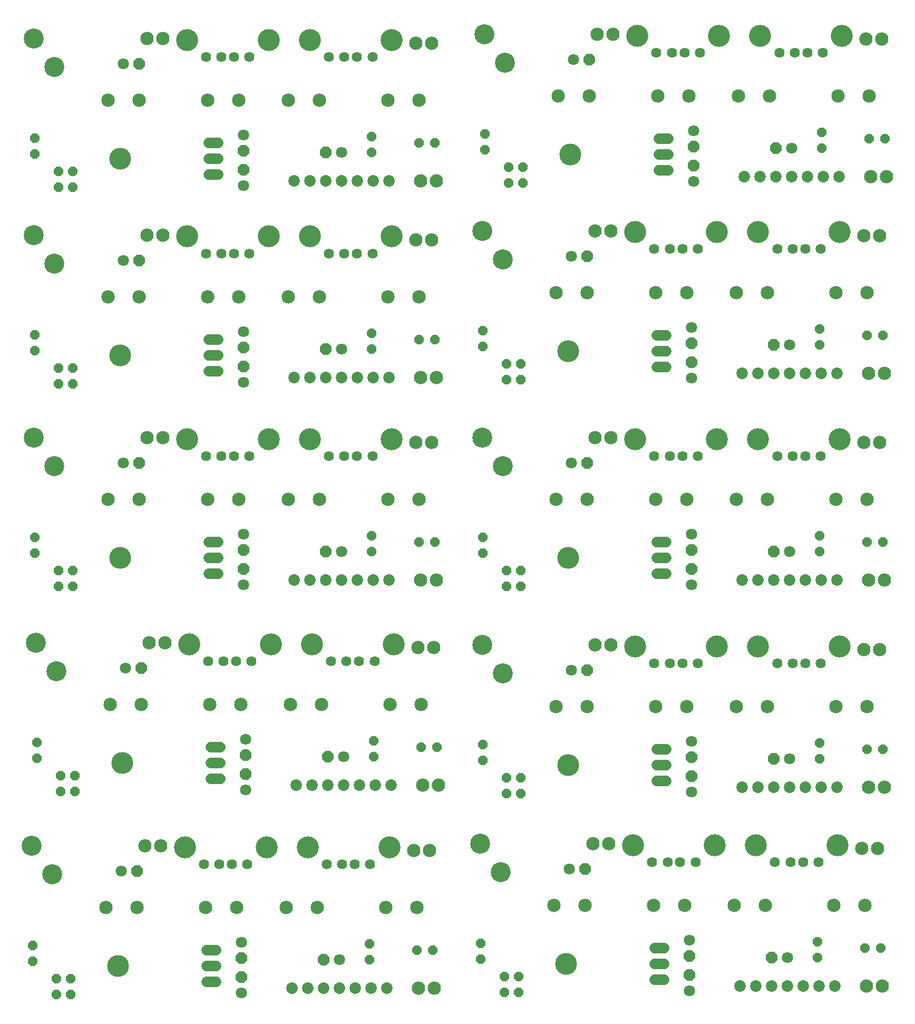
<source format=gts>
G75*
G70*
%OFA0B0*%
%FSLAX24Y24*%
%IPPOS*%
%LPD*%
G04 *
G04 macro definitions for tiled file 'solderStiched.GTS':*
G04 *
%AMOC8*
5,1,8,0,0,1.08239X$1,22.5*
%
G04 *
G04 aperture list for tiled file 'solderStiched.GTS':*
G04 *
%ADD18C,0.0710*%
%ADD11C,0.0730*%
%ADD15C,0.0680*%
%ADD20OC8,0.0600*%
%ADD19C,0.1265*%
%ADD14C,0.0848*%
%ADD13C,0.1390*%
%ADD16C,0.1380*%
%ADD12C,0.0640*%
%ADD10C,0.0840*%
%ADD17OC8,0.0710*%
G04 *
G04 next data from source file './adk-aDAPTERanothercopy/top_soldermask.GTS', *
G04 source file key is 'infile_0003'. *
G04 *
D10*
X038825Y108316D03*
X039825Y108316D03*
X055825Y108016D03*
X056825Y108016D03*
X057126Y099317D03*
X056126Y099317D03*
D11*
X054125Y099316D03*
X053125Y099316D03*
X052125Y099316D03*
X051125Y099316D03*
X050125Y099316D03*
X049125Y099316D03*
X048125Y099316D03*
D12*
X050330Y107156D03*
X051310Y107156D03*
X052100Y107156D03*
X053080Y107156D03*
X045310Y107156D03*
X044330Y107156D03*
X043540Y107156D03*
X042560Y107156D03*
D13*
X041350Y108226D03*
X046520Y108226D03*
X049120Y108226D03*
X054290Y108226D03*
D14*
X054056Y104416D03*
X056025Y104416D03*
X049725Y104416D03*
X047757Y104416D03*
X044625Y104416D03*
X042656Y104416D03*
X038325Y104416D03*
X036357Y104416D03*
D15*
X042725Y101716D02*
X043325Y101716D01*
X043325Y100716D02*
X042725Y100716D01*
X042725Y099716D02*
X043325Y099716D01*
D16*
X037125Y100716D03*
D17*
X044925Y101216D03*
X044925Y100016D03*
X050125Y101116D03*
X038325Y106716D03*
D18*
X037325Y106716D03*
X044925Y102216D03*
X044925Y099016D03*
X051125Y101116D03*
D19*
X032975Y106516D03*
X031675Y108316D03*
D20*
X033225Y098916D03*
X034125Y098916D03*
X034125Y099916D03*
X033225Y099916D03*
X031725Y101016D03*
X031725Y102016D03*
X053025Y102116D03*
X053025Y101116D03*
X056025Y101716D03*
X057025Y101716D03*
G04 *
G04 next data from source file './adk-aDAPTER/top_soldermask.GTS', *
G04 source file key is 'infile_0010'. *
G04 *
D10*
X038825Y082126D03*
X039825Y082126D03*
X055825Y081826D03*
X056825Y081826D03*
X057126Y073127D03*
X056126Y073127D03*
D11*
X054125Y073126D03*
X053125Y073126D03*
X052125Y073126D03*
X051125Y073126D03*
X050125Y073126D03*
X049125Y073126D03*
X048125Y073126D03*
D12*
X050330Y080966D03*
X051310Y080966D03*
X052100Y080966D03*
X053080Y080966D03*
X045310Y080966D03*
X044330Y080966D03*
X043540Y080966D03*
X042560Y080966D03*
D13*
X041350Y082036D03*
X046520Y082036D03*
X049120Y082036D03*
X054290Y082036D03*
D14*
X054056Y078226D03*
X056025Y078226D03*
X049725Y078226D03*
X047757Y078226D03*
X044625Y078226D03*
X042656Y078226D03*
X038325Y078226D03*
X036357Y078226D03*
D15*
X042725Y075526D02*
X043325Y075526D01*
X043325Y074526D02*
X042725Y074526D01*
X042725Y073526D02*
X043325Y073526D01*
D16*
X037125Y074526D03*
D17*
X044925Y075026D03*
X044925Y073826D03*
X050125Y074926D03*
X038325Y080526D03*
D18*
X037325Y080526D03*
X044925Y076026D03*
X044925Y072826D03*
X051125Y074926D03*
D19*
X032975Y080326D03*
X031675Y082126D03*
D20*
X033225Y072726D03*
X034125Y072726D03*
X034125Y073726D03*
X033225Y073726D03*
X031725Y074826D03*
X031725Y075826D03*
X053025Y075926D03*
X053025Y074926D03*
X056025Y075526D03*
X057025Y075526D03*
G04 *
G04 next data from source file './adk-aDAPTER6thcopy/top_soldermask.GTS', *
G04 source file key is 'infile_0008'. *
G04 *
D10*
X038825Y095221D03*
X039825Y095221D03*
X055825Y094921D03*
X056825Y094921D03*
X057126Y086222D03*
X056126Y086222D03*
D11*
X054125Y086221D03*
X053125Y086221D03*
X052125Y086221D03*
X051125Y086221D03*
X050125Y086221D03*
X049125Y086221D03*
X048125Y086221D03*
D12*
X050330Y094061D03*
X051310Y094061D03*
X052100Y094061D03*
X053080Y094061D03*
X045310Y094061D03*
X044330Y094061D03*
X043540Y094061D03*
X042560Y094061D03*
D13*
X041350Y095131D03*
X046520Y095131D03*
X049120Y095131D03*
X054290Y095131D03*
D14*
X054056Y091321D03*
X056025Y091321D03*
X049725Y091321D03*
X047757Y091321D03*
X044625Y091321D03*
X042656Y091321D03*
X038325Y091321D03*
X036357Y091321D03*
D15*
X042725Y088621D02*
X043325Y088621D01*
X043325Y087621D02*
X042725Y087621D01*
X042725Y086621D02*
X043325Y086621D01*
D16*
X037125Y087621D03*
D17*
X044925Y088121D03*
X044925Y086921D03*
X050125Y088021D03*
X038325Y093621D03*
D18*
X037325Y093621D03*
X044925Y089121D03*
X044925Y085921D03*
X051125Y088021D03*
D19*
X032975Y093421D03*
X031675Y095221D03*
D20*
X033225Y085821D03*
X034125Y085821D03*
X034125Y086821D03*
X033225Y086821D03*
X031725Y087921D03*
X031725Y088921D03*
X053025Y089021D03*
X053025Y088021D03*
X056025Y088621D03*
X057025Y088621D03*
G04 *
G04 next data from source file './adk-aDAPTERcopy/top_soldermask.GTS', *
G04 source file key is 'infile_0007'. *
G04 *
D10*
X010610Y082261D03*
X011610Y082261D03*
X027610Y081961D03*
X028610Y081961D03*
X028911Y073262D03*
X027911Y073262D03*
D11*
X025910Y073261D03*
X024910Y073261D03*
X023910Y073261D03*
X022910Y073261D03*
X021910Y073261D03*
X020910Y073261D03*
X019910Y073261D03*
D12*
X022115Y081101D03*
X023095Y081101D03*
X023885Y081101D03*
X024865Y081101D03*
X017095Y081101D03*
X016115Y081101D03*
X015325Y081101D03*
X014345Y081101D03*
D13*
X013135Y082171D03*
X018305Y082171D03*
X020905Y082171D03*
X026075Y082171D03*
D14*
X025841Y078361D03*
X027810Y078361D03*
X021510Y078361D03*
X019542Y078361D03*
X016410Y078361D03*
X014441Y078361D03*
X010110Y078361D03*
X008142Y078361D03*
D15*
X014510Y075661D02*
X015110Y075661D01*
X015110Y074661D02*
X014510Y074661D01*
X014510Y073661D02*
X015110Y073661D01*
D16*
X008910Y074661D03*
D17*
X016710Y075161D03*
X016710Y073961D03*
X021910Y075061D03*
X010110Y080661D03*
D18*
X009110Y080661D03*
X016710Y076161D03*
X016710Y072961D03*
X022910Y075061D03*
D19*
X004760Y080461D03*
X003460Y082261D03*
D20*
X005010Y072861D03*
X005910Y072861D03*
X005910Y073861D03*
X005010Y073861D03*
X003510Y074961D03*
X003510Y075961D03*
X024810Y076061D03*
X024810Y075061D03*
X027810Y075661D03*
X028810Y075661D03*
G04 *
G04 next data from source file './adk-aDAPTERcopycopy/top_soldermask.GTS', *
G04 source file key is 'infile_0004'. *
G04 *
D10*
X010340Y069436D03*
X011340Y069436D03*
X027340Y069136D03*
X028340Y069136D03*
X028641Y060437D03*
X027641Y060437D03*
D11*
X025640Y060436D03*
X024640Y060436D03*
X023640Y060436D03*
X022640Y060436D03*
X021640Y060436D03*
X020640Y060436D03*
X019640Y060436D03*
D12*
X021845Y068276D03*
X022825Y068276D03*
X023615Y068276D03*
X024595Y068276D03*
X016825Y068276D03*
X015845Y068276D03*
X015055Y068276D03*
X014075Y068276D03*
D13*
X012865Y069346D03*
X018035Y069346D03*
X020635Y069346D03*
X025805Y069346D03*
D14*
X025571Y065536D03*
X027540Y065536D03*
X021240Y065536D03*
X019272Y065536D03*
X016140Y065536D03*
X014171Y065536D03*
X009840Y065536D03*
X007872Y065536D03*
D15*
X014240Y062836D02*
X014840Y062836D01*
X014840Y061836D02*
X014240Y061836D01*
X014240Y060836D02*
X014840Y060836D01*
D16*
X008640Y061836D03*
D17*
X016440Y062336D03*
X016440Y061136D03*
X021640Y062236D03*
X009840Y067836D03*
D18*
X008840Y067836D03*
X016440Y063336D03*
X016440Y060136D03*
X022640Y062236D03*
D19*
X004490Y067636D03*
X003190Y069436D03*
D20*
X004740Y060036D03*
X005640Y060036D03*
X005640Y061036D03*
X004740Y061036D03*
X003240Y062136D03*
X003240Y063136D03*
X024540Y063236D03*
X024540Y062236D03*
X027540Y062836D03*
X028540Y062836D03*
G04 *
G04 next data from source file './adk-aDAPTER5thcopy/top_soldermask.GTS', *
G04 source file key is 'infile_0002'. *
G04 *
D10*
X010475Y108046D03*
X011475Y108046D03*
X027475Y107746D03*
X028475Y107746D03*
X028776Y099047D03*
X027776Y099047D03*
D11*
X025775Y099046D03*
X024775Y099046D03*
X023775Y099046D03*
X022775Y099046D03*
X021775Y099046D03*
X020775Y099046D03*
X019775Y099046D03*
D12*
X021980Y106886D03*
X022960Y106886D03*
X023750Y106886D03*
X024730Y106886D03*
X016960Y106886D03*
X015980Y106886D03*
X015190Y106886D03*
X014210Y106886D03*
D13*
X013000Y107956D03*
X018170Y107956D03*
X020770Y107956D03*
X025940Y107956D03*
D14*
X025706Y104146D03*
X027675Y104146D03*
X021375Y104146D03*
X019407Y104146D03*
X016275Y104146D03*
X014306Y104146D03*
X009975Y104146D03*
X008007Y104146D03*
D15*
X014375Y101446D02*
X014975Y101446D01*
X014975Y100446D02*
X014375Y100446D01*
X014375Y099446D02*
X014975Y099446D01*
D16*
X008775Y100446D03*
D17*
X016575Y100946D03*
X016575Y099746D03*
X021775Y100846D03*
X009975Y106446D03*
D18*
X008975Y106446D03*
X016575Y101946D03*
X016575Y098746D03*
X022775Y100846D03*
D19*
X004625Y106246D03*
X003325Y108046D03*
D20*
X004875Y098646D03*
X005775Y098646D03*
X005775Y099646D03*
X004875Y099646D03*
X003375Y100746D03*
X003375Y101746D03*
X024675Y101846D03*
X024675Y100846D03*
X027675Y101446D03*
X028675Y101446D03*
G04 *
G04 next data from source file './adk-aDAPTER4thcopy/top_soldermask.GTS', *
G04 source file key is 'infile_0005'. *
G04 *
D10*
X010475Y095221D03*
X011475Y095221D03*
X027475Y094921D03*
X028475Y094921D03*
X028776Y086222D03*
X027776Y086222D03*
D11*
X025775Y086221D03*
X024775Y086221D03*
X023775Y086221D03*
X022775Y086221D03*
X021775Y086221D03*
X020775Y086221D03*
X019775Y086221D03*
D12*
X021980Y094061D03*
X022960Y094061D03*
X023750Y094061D03*
X024730Y094061D03*
X016960Y094061D03*
X015980Y094061D03*
X015190Y094061D03*
X014210Y094061D03*
D13*
X013000Y095131D03*
X018170Y095131D03*
X020770Y095131D03*
X025940Y095131D03*
D14*
X025706Y091321D03*
X027675Y091321D03*
X021375Y091321D03*
X019407Y091321D03*
X016275Y091321D03*
X014306Y091321D03*
X009975Y091321D03*
X008007Y091321D03*
D15*
X014375Y088621D02*
X014975Y088621D01*
X014975Y087621D02*
X014375Y087621D01*
X014375Y086621D02*
X014975Y086621D01*
D16*
X008775Y087621D03*
D17*
X016575Y088121D03*
X016575Y086921D03*
X021775Y088021D03*
X009975Y093621D03*
D18*
X008975Y093621D03*
X016575Y089121D03*
X016575Y085921D03*
X022775Y088021D03*
D19*
X004625Y093421D03*
X003325Y095221D03*
D20*
X004875Y085821D03*
X005775Y085821D03*
X005775Y086821D03*
X004875Y086821D03*
X003375Y087921D03*
X003375Y088921D03*
X024675Y089021D03*
X024675Y088021D03*
X027675Y088621D03*
X028675Y088621D03*
G04 *
G04 next data from source file './adk-aDAPTERcopyanothercopy/top_soldermask.GTS', *
G04 source file key is 'infile_0009'. *
G04 *
D10*
X038690Y069571D03*
X039690Y069571D03*
X055690Y069271D03*
X056690Y069271D03*
X056991Y060572D03*
X055991Y060572D03*
D11*
X053990Y060571D03*
X052990Y060571D03*
X051990Y060571D03*
X050990Y060571D03*
X049990Y060571D03*
X048990Y060571D03*
X047990Y060571D03*
D12*
X050195Y068411D03*
X051175Y068411D03*
X051965Y068411D03*
X052945Y068411D03*
X045175Y068411D03*
X044195Y068411D03*
X043405Y068411D03*
X042425Y068411D03*
D13*
X041215Y069481D03*
X046385Y069481D03*
X048985Y069481D03*
X054155Y069481D03*
D14*
X053921Y065671D03*
X055890Y065671D03*
X049590Y065671D03*
X047622Y065671D03*
X044490Y065671D03*
X042521Y065671D03*
X038190Y065671D03*
X036222Y065671D03*
D15*
X042590Y062971D02*
X043190Y062971D01*
X043190Y061971D02*
X042590Y061971D01*
X042590Y060971D02*
X043190Y060971D01*
D16*
X036990Y061971D03*
D17*
X044790Y062471D03*
X044790Y061271D03*
X049990Y062371D03*
X038190Y067971D03*
D18*
X037190Y067971D03*
X044790Y063471D03*
X044790Y060271D03*
X050990Y062371D03*
D19*
X032840Y067771D03*
X031540Y069571D03*
D20*
X033090Y060171D03*
X033990Y060171D03*
X033990Y061171D03*
X033090Y061171D03*
X031590Y062271D03*
X031590Y063271D03*
X052890Y063371D03*
X052890Y062371D03*
X055890Y062971D03*
X056890Y062971D03*
G04 *
G04 next data from source file './adk-aDAPTER3rdcopy/top_soldermask.GTS', *
G04 source file key is 'infile_0006'. *
G04 *
D10*
X038960Y120736D03*
X039960Y120736D03*
X055960Y120436D03*
X056960Y120436D03*
X057261Y111737D03*
X056261Y111737D03*
D11*
X054260Y111736D03*
X053260Y111736D03*
X052260Y111736D03*
X051260Y111736D03*
X050260Y111736D03*
X049260Y111736D03*
X048260Y111736D03*
D12*
X050465Y119576D03*
X051445Y119576D03*
X052235Y119576D03*
X053215Y119576D03*
X045445Y119576D03*
X044465Y119576D03*
X043675Y119576D03*
X042695Y119576D03*
D13*
X041485Y120646D03*
X046655Y120646D03*
X049255Y120646D03*
X054425Y120646D03*
D14*
X054191Y116836D03*
X056160Y116836D03*
X049860Y116836D03*
X047892Y116836D03*
X044760Y116836D03*
X042791Y116836D03*
X038460Y116836D03*
X036492Y116836D03*
D15*
X042860Y114136D02*
X043460Y114136D01*
X043460Y113136D02*
X042860Y113136D01*
X042860Y112136D02*
X043460Y112136D01*
D16*
X037260Y113136D03*
D17*
X045060Y113636D03*
X045060Y112436D03*
X050260Y113536D03*
X038460Y119136D03*
D18*
X037460Y119136D03*
X045060Y114636D03*
X045060Y111436D03*
X051260Y113536D03*
D19*
X033110Y118936D03*
X031810Y120736D03*
D20*
X033360Y111336D03*
X034260Y111336D03*
X034260Y112336D03*
X033360Y112336D03*
X031860Y113436D03*
X031860Y114436D03*
X053160Y114536D03*
X053160Y113536D03*
X056160Y114136D03*
X057160Y114136D03*
G04 *
G04 next data from source file './adk-aDAPTER7thcopy/top_soldermask.GTS', *
G04 source file key is 'infile_0001'. *
G04 *
D10*
X010475Y120466D03*
X011475Y120466D03*
X027475Y120166D03*
X028475Y120166D03*
X028776Y111467D03*
X027776Y111467D03*
D11*
X025775Y111466D03*
X024775Y111466D03*
X023775Y111466D03*
X022775Y111466D03*
X021775Y111466D03*
X020775Y111466D03*
X019775Y111466D03*
D12*
X021980Y119306D03*
X022960Y119306D03*
X023750Y119306D03*
X024730Y119306D03*
X016960Y119306D03*
X015980Y119306D03*
X015190Y119306D03*
X014210Y119306D03*
D13*
X013000Y120376D03*
X018170Y120376D03*
X020770Y120376D03*
X025940Y120376D03*
D14*
X025706Y116566D03*
X027675Y116566D03*
X021375Y116566D03*
X019407Y116566D03*
X016275Y116566D03*
X014306Y116566D03*
X009975Y116566D03*
X008007Y116566D03*
D15*
X014375Y113866D02*
X014975Y113866D01*
X014975Y112866D02*
X014375Y112866D01*
X014375Y111866D02*
X014975Y111866D01*
D16*
X008775Y112866D03*
D17*
X016575Y113366D03*
X016575Y112166D03*
X021775Y113266D03*
X009975Y118866D03*
D18*
X008975Y118866D03*
X016575Y114366D03*
X016575Y111166D03*
X022775Y113266D03*
D19*
X004625Y118666D03*
X003325Y120466D03*
D20*
X004875Y111066D03*
X005775Y111066D03*
X005775Y112066D03*
X004875Y112066D03*
X003375Y113166D03*
X003375Y114166D03*
X024675Y114266D03*
X024675Y113266D03*
X027675Y113866D03*
X028675Y113866D03*
M02*

</source>
